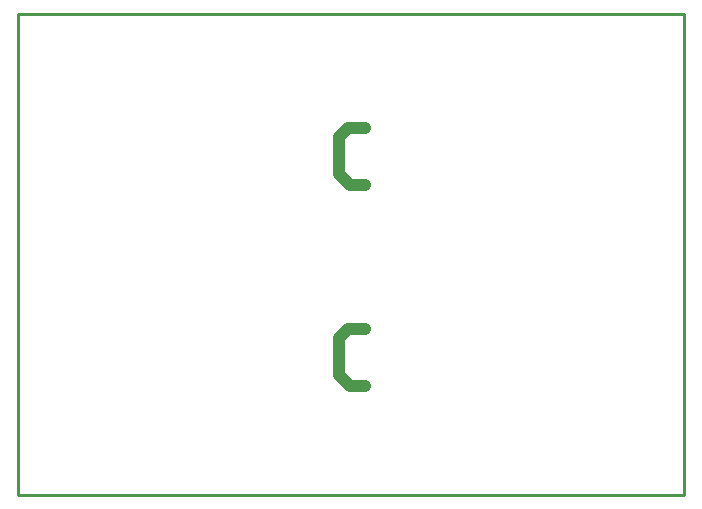
<source format=gko>
G04 Layer: BoardOutlineLayer*
G04 EasyEDA v6.5.46, 2024-12-21 23:49:30*
G04 c1cc3fe4cf9f4b8488582ba288f1f0f0,90bc6745850c4897ba40f9b8fad946ce,10*
G04 Gerber Generator version 0.2*
G04 Scale: 100 percent, Rotated: No, Reflected: No *
G04 Dimensions in millimeters *
G04 leading zeros omitted , absolute positions ,4 integer and 5 decimal *
%FSLAX45Y45*%
%MOMM*%

%ADD10C,0.2540*%
%ADD11C,1.0000*%
D10*
X3352800Y10274300D02*
G01*
X3352800Y10337800D01*
X8991600Y10337800D01*
X8991600Y6261100D01*
X3352800Y6261100D01*
X3352800Y10274300D01*
D11*
X6286500Y7670800D02*
G01*
X6146800Y7670800D01*
X6070600Y7594600D01*
X6070600Y7277100D01*
X6159500Y7188200D01*
X6286500Y7188200D01*
X6286500Y9372600D02*
G01*
X6146800Y9372600D01*
X6070600Y9296400D01*
X6070600Y8978900D01*
X6159500Y8890000D01*
X6286500Y8890000D01*

%LPD*%
M02*

</source>
